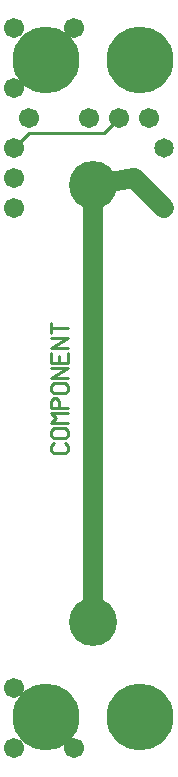
<source format=gtl>
%MOIN*%
%FSLAX25Y25*%
G04 D10 used for Character Trace; *
G04     Circle (OD=.01000) (No hole)*
G04 D11 used for Power Trace; *
G04     Circle (OD=.06700) (No hole)*
G04 D12 used for Signal Trace; *
G04     Circle (OD=.01100) (No hole)*
G04 D13 used for Via; *
G04     Circle (OD=.05800) (Round. Hole ID=.02800)*
G04 D14 used for Component hole; *
G04     Circle (OD=.06500) (Round. Hole ID=.03500)*
G04 D15 used for Component hole; *
G04     Circle (OD=.06700) (Round. Hole ID=.04300)*
G04 D16 used for Component hole; *
G04     Circle (OD=.08100) (Round. Hole ID=.05100)*
G04 D17 used for Component hole; *
G04     Circle (OD=.08900) (Round. Hole ID=.05900)*
G04 D18 used for Component hole; *
G04     Circle (OD=.11300) (Round. Hole ID=.08300)*
G04 D19 used for Component hole; *
G04     Circle (OD=.16000) (Round. Hole ID=.13000)*
G04 D20 used for Component hole; *
G04     Circle (OD=.18300) (Round. Hole ID=.15300)*
G04 D21 used for Component hole; *
G04     Circle (OD=.22291) (Round. Hole ID=.19291)*
%ADD10C,.01000*%
%ADD11C,.06700*%
%ADD12C,.01100*%
%ADD13C,.05800*%
%ADD14C,.06500*%
%ADD15C,.06700*%
%ADD16C,.08100*%
%ADD17C,.08900*%
%ADD18C,.11300*%
%ADD19C,.16000*%
%ADD20C,.18300*%
%ADD21C,.22291*%
%IPPOS*%
%LPD*%
G90*X0Y0D02*D15*X5000Y5000D03*D21*X15625Y15625D03*
D15*X5000Y25000D03*X25000Y5000D03*D19*            
X31250Y47200D03*D11*Y192800D01*D19*D03*D11*       
X45000Y195000D01*X55000Y185000D01*D14*D03*        
Y205000D03*D12*X10000Y210000D02*X35000D01*        
X5000Y205000D02*X10000Y210000D01*D15*             
X5000Y205000D03*X10000Y215000D03*X5000Y195000D03* 
Y225000D03*Y185000D03*X30000Y215000D03*D21*       
X15625Y234375D03*D12*X35000Y210000D02*            
X40000Y215000D01*D15*D03*X50000D03*D21*           
X46875Y234375D03*D15*X25000Y245000D03*X5000D03*   
D10*X22871Y145000D02*X17129D01*Y143326D02*        
Y146674D01*X22871Y138326D02*X17129D01*            
X22871Y141674D01*X17129D01*X22871Y136674D02*      
Y133326D01*X17129D01*Y136674D01*X20000Y133326D02* 
Y135837D01*X22871Y128326D02*X17129D01*            
X22871Y131674D01*X17129D01*X21914Y126674D02*      
X22871Y125837D01*Y124163D01*X21914Y123326D01*     
X18086D01*X17129Y124163D01*Y125837D01*            
X18086Y126674D01*X21914D01*X22871Y118326D02*      
X17129D01*Y120837D01*X18086Y121674D01*X19043D01*  
X20000Y120837D01*Y118326D01*X22871Y113326D02*     
X17129D01*X19043Y115000D01*X17129Y116674D01*      
X22871D01*X21914Y111674D02*X22871Y110837D01*      
Y109163D01*X21914Y108326D01*X18086D01*            
X17129Y109163D01*Y110837D01*X18086Y111674D01*     
X21914D01*Y106674D02*X22871Y105837D01*Y104163D01* 
X21914Y103326D01*X18086D01*X17129Y104163D01*      
Y105837D01*X18086Y106674D01*D21*X46875Y15625D03*  
M02*                                              

</source>
